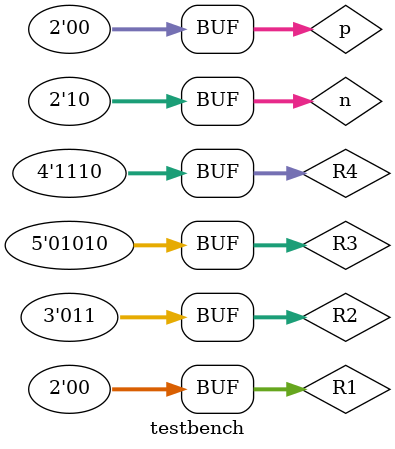
<source format=v>
/* RNS to binary converter module
input: R1, R2, R3, R4, n, p
where R* are RNS residues, n and p are a positive integers and 0≤p≤n-2 from which moduli set will be generated in following way {2^n-1, 2^n+1, 2^(2n)+1, 2^(2n+p)}
output: X
where X is a binary format of converted number

compiled via iverilog -o converter converter.v
*/
//edit: reworked to be bit length specified ->

//8bit csa adder
module csa(
	input [0:7]a,
	input [0:7]b,
	input [0:7]c,
	output [0:7]ps,
	output sc
	);
	wire [0:8]sum;

	assign sum = a + b + c;
	assign ps[0] = sum[1];
	assign ps[1] = sum[2];
	assign ps[2] = sum[3];
	assign ps[3] = sum[4];
	assign ps[4] = sum[5];
	assign ps[5] = sum[6];
	assign ps[6] = sum[7];
	assign ps[7] = sum[8];
	assign sc = sum[0];
endmodule

//8bit modulo adder with defined m
module modulo_adder(
	input [0:7]a,
	input [0:7]b,
	input [0:7]m,
	output [0:7]result
	);

	assign result = (a+b)%m;
endmodule


module converter( 
	input [0:1]R1,
	input [0:2]R2,
	input [0:4]R3,
	input [0:3]R4,
	input [0:1]n,
	input [0:1]p,
	output [0:10]X
	);
	wire [0:7]m;
	assign m = 2**(4*n) - 1;

//calc ~R1
	wire [0:7]tR1;
	assign tR1 = {R1, R1, R1, R1};

//calc ~R2
	wire [0:1]dR2;
	wire [0:7]tR2;
	wire msbR2;
	wire [0:7]k2;

	assign dR2[0] = R2[1];
	assign dR2[1] = R2[2];
	assign tR2 = {dR2, ~dR2, dR2, ~dR2};
	assign msbR2 = R2[0];
	assign k2 = (( 1 - (2**n) + (2**(2*n)) - (2**(3*n)) ) * (1 + msbR2))%m - 1;
//"-1" at the end of above line is a hack - verilog does not quite support modulo operation for negative numbers which is required in above set of numbers(always equals (-51 or -102)%255 ). What it means is that while passing "0" barrier it does not count zero as number and adds additional bit.

//calc ~R3
	wire [0:3]dR3;
	wire [0:7]cntR3;
	wire [0:7]tR3;
	wire [0:7]k3;
	assign dR3[0] = R3[1];
	assign dR3[1] = R3[2];
	assign dR3[2] = R3[3];
	assign dR3[3] = R3[4];
	assign cntR3 = {~dR3, dR3};
	assign tR3 = ((2**(n+1)) * cntR3)%m;
	assign k3 = ((2**(n+1)) * ((2**(2*n) - 1) * (1 + R3[0])))%m;

//calc ~R4
	// wire []ones; //-> length = n-p-2 = 2-0-2 = 0
	wire [0:3]zeros;
	wire [0:7]tR4;
	wire [0:7]k4;
	// assign ones = {(0){1'b0}}; //-> length = 0
	assign zeros = {(4){1'b0}};
	// assign tR4 = {ones, ~R4, zeros};
	assign tR4 = {~R4, zeros};
	assign k4 = 2**(n+2) - 1;

//calc X
	wire [0:7]ps;
	wire [0:7]ps2;
	wire [0:7]ps3;
	wire sc, sc2, sc3;
	wire [0:7]k;

	assign k = k2 + k3 + k4;

	csa csa1(tR1, tR2, tR3, ps, sc);
	csa csa2(ps, sc, tR4, ps2, sc2);
	csa csa3(ps2, sc2, k, ps3, sc3);

	wire [0:7]tempX;
	modulo_adder mod_add1(ps3, sc3, ((2**(4 * n)) - 1), tempX);

	assign X = (tempX*2^(2*n+p)) + R4;
endmodule



module testbench();
	reg [0:1]R1;
	reg [0:2]R2;
	reg [0:4]R3;
	reg [0:3]R4;
	reg [0:1]n, p;
	wire [0:7]X;
	localparam delay = 10;
	converter test_converter(.R1(R1), .R2(R2), .R3(R3), .R4(R4), .n(n), .p(p), .X(X));

	initial begin //: R1 R2 R3 R4 n p
		$monitor("R1=%b R2=%b R3=%b R4=%b n=%d p=%d => X=%bb=%dd", R1, R2, R3, R4, n, p, X, X);
		R1 = 1; R2 = 0; R3 = 15; R4 = 4; n = 2; p = 0;		//100
		#delay;
		R1 = 0; R2 = 3; R3 = 10; R4 = 14; n = 2; p = 0;		//78
	end
endmodule

</source>
